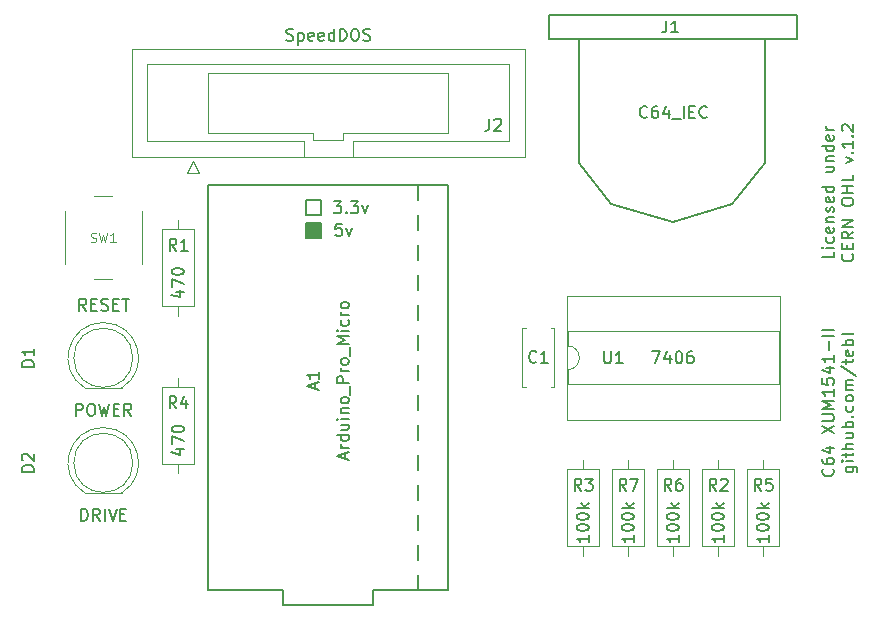
<source format=gto>
G04 #@! TF.GenerationSoftware,KiCad,Pcbnew,(5.1.8)-1*
G04 #@! TF.CreationDate,2021-04-08T00:44:43+02:00*
G04 #@! TF.ProjectId,C64 XUM1541-II,43363420-5855-44d3-9135-34312d49492e,rev?*
G04 #@! TF.SameCoordinates,Original*
G04 #@! TF.FileFunction,Legend,Top*
G04 #@! TF.FilePolarity,Positive*
%FSLAX46Y46*%
G04 Gerber Fmt 4.6, Leading zero omitted, Abs format (unit mm)*
G04 Created by KiCad (PCBNEW (5.1.8)-1) date 2021-04-08 00:44:43*
%MOMM*%
%LPD*%
G01*
G04 APERTURE LIST*
%ADD10C,0.150000*%
%ADD11C,0.100000*%
%ADD12C,0.120000*%
G04 APERTURE END LIST*
D10*
X166632380Y-74850000D02*
X166632380Y-75326190D01*
X165632380Y-75326190D01*
X166632380Y-74516666D02*
X165965714Y-74516666D01*
X165632380Y-74516666D02*
X165680000Y-74564285D01*
X165727619Y-74516666D01*
X165680000Y-74469047D01*
X165632380Y-74516666D01*
X165727619Y-74516666D01*
X166584761Y-73611904D02*
X166632380Y-73707142D01*
X166632380Y-73897619D01*
X166584761Y-73992857D01*
X166537142Y-74040476D01*
X166441904Y-74088095D01*
X166156190Y-74088095D01*
X166060952Y-74040476D01*
X166013333Y-73992857D01*
X165965714Y-73897619D01*
X165965714Y-73707142D01*
X166013333Y-73611904D01*
X166584761Y-72802380D02*
X166632380Y-72897619D01*
X166632380Y-73088095D01*
X166584761Y-73183333D01*
X166489523Y-73230952D01*
X166108571Y-73230952D01*
X166013333Y-73183333D01*
X165965714Y-73088095D01*
X165965714Y-72897619D01*
X166013333Y-72802380D01*
X166108571Y-72754761D01*
X166203809Y-72754761D01*
X166299047Y-73230952D01*
X165965714Y-72326190D02*
X166632380Y-72326190D01*
X166060952Y-72326190D02*
X166013333Y-72278571D01*
X165965714Y-72183333D01*
X165965714Y-72040476D01*
X166013333Y-71945238D01*
X166108571Y-71897619D01*
X166632380Y-71897619D01*
X166584761Y-71469047D02*
X166632380Y-71373809D01*
X166632380Y-71183333D01*
X166584761Y-71088095D01*
X166489523Y-71040476D01*
X166441904Y-71040476D01*
X166346666Y-71088095D01*
X166299047Y-71183333D01*
X166299047Y-71326190D01*
X166251428Y-71421428D01*
X166156190Y-71469047D01*
X166108571Y-71469047D01*
X166013333Y-71421428D01*
X165965714Y-71326190D01*
X165965714Y-71183333D01*
X166013333Y-71088095D01*
X166584761Y-70230952D02*
X166632380Y-70326190D01*
X166632380Y-70516666D01*
X166584761Y-70611904D01*
X166489523Y-70659523D01*
X166108571Y-70659523D01*
X166013333Y-70611904D01*
X165965714Y-70516666D01*
X165965714Y-70326190D01*
X166013333Y-70230952D01*
X166108571Y-70183333D01*
X166203809Y-70183333D01*
X166299047Y-70659523D01*
X166632380Y-69326190D02*
X165632380Y-69326190D01*
X166584761Y-69326190D02*
X166632380Y-69421428D01*
X166632380Y-69611904D01*
X166584761Y-69707142D01*
X166537142Y-69754761D01*
X166441904Y-69802380D01*
X166156190Y-69802380D01*
X166060952Y-69754761D01*
X166013333Y-69707142D01*
X165965714Y-69611904D01*
X165965714Y-69421428D01*
X166013333Y-69326190D01*
X165965714Y-67659523D02*
X166632380Y-67659523D01*
X165965714Y-68088095D02*
X166489523Y-68088095D01*
X166584761Y-68040476D01*
X166632380Y-67945238D01*
X166632380Y-67802380D01*
X166584761Y-67707142D01*
X166537142Y-67659523D01*
X165965714Y-67183333D02*
X166632380Y-67183333D01*
X166060952Y-67183333D02*
X166013333Y-67135714D01*
X165965714Y-67040476D01*
X165965714Y-66897619D01*
X166013333Y-66802380D01*
X166108571Y-66754761D01*
X166632380Y-66754761D01*
X166632380Y-65850000D02*
X165632380Y-65850000D01*
X166584761Y-65850000D02*
X166632380Y-65945238D01*
X166632380Y-66135714D01*
X166584761Y-66230952D01*
X166537142Y-66278571D01*
X166441904Y-66326190D01*
X166156190Y-66326190D01*
X166060952Y-66278571D01*
X166013333Y-66230952D01*
X165965714Y-66135714D01*
X165965714Y-65945238D01*
X166013333Y-65850000D01*
X166584761Y-64992857D02*
X166632380Y-65088095D01*
X166632380Y-65278571D01*
X166584761Y-65373809D01*
X166489523Y-65421428D01*
X166108571Y-65421428D01*
X166013333Y-65373809D01*
X165965714Y-65278571D01*
X165965714Y-65088095D01*
X166013333Y-64992857D01*
X166108571Y-64945238D01*
X166203809Y-64945238D01*
X166299047Y-65421428D01*
X166632380Y-64516666D02*
X165965714Y-64516666D01*
X166156190Y-64516666D02*
X166060952Y-64469047D01*
X166013333Y-64421428D01*
X165965714Y-64326190D01*
X165965714Y-64230952D01*
X168187142Y-75040476D02*
X168234761Y-75088095D01*
X168282380Y-75230952D01*
X168282380Y-75326190D01*
X168234761Y-75469047D01*
X168139523Y-75564285D01*
X168044285Y-75611904D01*
X167853809Y-75659523D01*
X167710952Y-75659523D01*
X167520476Y-75611904D01*
X167425238Y-75564285D01*
X167330000Y-75469047D01*
X167282380Y-75326190D01*
X167282380Y-75230952D01*
X167330000Y-75088095D01*
X167377619Y-75040476D01*
X167758571Y-74611904D02*
X167758571Y-74278571D01*
X168282380Y-74135714D02*
X168282380Y-74611904D01*
X167282380Y-74611904D01*
X167282380Y-74135714D01*
X168282380Y-73135714D02*
X167806190Y-73469047D01*
X168282380Y-73707142D02*
X167282380Y-73707142D01*
X167282380Y-73326190D01*
X167330000Y-73230952D01*
X167377619Y-73183333D01*
X167472857Y-73135714D01*
X167615714Y-73135714D01*
X167710952Y-73183333D01*
X167758571Y-73230952D01*
X167806190Y-73326190D01*
X167806190Y-73707142D01*
X168282380Y-72707142D02*
X167282380Y-72707142D01*
X168282380Y-72135714D01*
X167282380Y-72135714D01*
X167282380Y-70707142D02*
X167282380Y-70516666D01*
X167330000Y-70421428D01*
X167425238Y-70326190D01*
X167615714Y-70278571D01*
X167949047Y-70278571D01*
X168139523Y-70326190D01*
X168234761Y-70421428D01*
X168282380Y-70516666D01*
X168282380Y-70707142D01*
X168234761Y-70802380D01*
X168139523Y-70897619D01*
X167949047Y-70945238D01*
X167615714Y-70945238D01*
X167425238Y-70897619D01*
X167330000Y-70802380D01*
X167282380Y-70707142D01*
X168282380Y-69850000D02*
X167282380Y-69850000D01*
X167758571Y-69850000D02*
X167758571Y-69278571D01*
X168282380Y-69278571D02*
X167282380Y-69278571D01*
X168282380Y-68326190D02*
X168282380Y-68802380D01*
X167282380Y-68802380D01*
X167615714Y-67326190D02*
X168282380Y-67088095D01*
X167615714Y-66850000D01*
X168187142Y-66469047D02*
X168234761Y-66421428D01*
X168282380Y-66469047D01*
X168234761Y-66516666D01*
X168187142Y-66469047D01*
X168282380Y-66469047D01*
X168282380Y-65469047D02*
X168282380Y-66040476D01*
X168282380Y-65754761D02*
X167282380Y-65754761D01*
X167425238Y-65850000D01*
X167520476Y-65945238D01*
X167568095Y-66040476D01*
X168187142Y-65040476D02*
X168234761Y-64992857D01*
X168282380Y-65040476D01*
X168234761Y-65088095D01*
X168187142Y-65040476D01*
X168282380Y-65040476D01*
X167377619Y-64611904D02*
X167330000Y-64564285D01*
X167282380Y-64469047D01*
X167282380Y-64230952D01*
X167330000Y-64135714D01*
X167377619Y-64088095D01*
X167472857Y-64040476D01*
X167568095Y-64040476D01*
X167710952Y-64088095D01*
X168282380Y-64659523D01*
X168282380Y-64040476D01*
D11*
G36*
X123190000Y-73660000D02*
G01*
X121920000Y-73660000D01*
X121920000Y-72390000D01*
X123190000Y-72390000D01*
X123190000Y-73660000D01*
G37*
X123190000Y-73660000D02*
X121920000Y-73660000D01*
X121920000Y-72390000D01*
X123190000Y-72390000D01*
X123190000Y-73660000D01*
D10*
X121920000Y-72390000D02*
X123190000Y-72390000D01*
X166537142Y-93225238D02*
X166584761Y-93272857D01*
X166632380Y-93415714D01*
X166632380Y-93510952D01*
X166584761Y-93653809D01*
X166489523Y-93749047D01*
X166394285Y-93796666D01*
X166203809Y-93844285D01*
X166060952Y-93844285D01*
X165870476Y-93796666D01*
X165775238Y-93749047D01*
X165680000Y-93653809D01*
X165632380Y-93510952D01*
X165632380Y-93415714D01*
X165680000Y-93272857D01*
X165727619Y-93225238D01*
X165632380Y-92368095D02*
X165632380Y-92558571D01*
X165680000Y-92653809D01*
X165727619Y-92701428D01*
X165870476Y-92796666D01*
X166060952Y-92844285D01*
X166441904Y-92844285D01*
X166537142Y-92796666D01*
X166584761Y-92749047D01*
X166632380Y-92653809D01*
X166632380Y-92463333D01*
X166584761Y-92368095D01*
X166537142Y-92320476D01*
X166441904Y-92272857D01*
X166203809Y-92272857D01*
X166108571Y-92320476D01*
X166060952Y-92368095D01*
X166013333Y-92463333D01*
X166013333Y-92653809D01*
X166060952Y-92749047D01*
X166108571Y-92796666D01*
X166203809Y-92844285D01*
X165965714Y-91415714D02*
X166632380Y-91415714D01*
X165584761Y-91653809D02*
X166299047Y-91891904D01*
X166299047Y-91272857D01*
X165632380Y-90225238D02*
X166632380Y-89558571D01*
X165632380Y-89558571D02*
X166632380Y-90225238D01*
X165632380Y-89177619D02*
X166441904Y-89177619D01*
X166537142Y-89130000D01*
X166584761Y-89082380D01*
X166632380Y-88987142D01*
X166632380Y-88796666D01*
X166584761Y-88701428D01*
X166537142Y-88653809D01*
X166441904Y-88606190D01*
X165632380Y-88606190D01*
X166632380Y-88130000D02*
X165632380Y-88130000D01*
X166346666Y-87796666D01*
X165632380Y-87463333D01*
X166632380Y-87463333D01*
X166632380Y-86463333D02*
X166632380Y-87034761D01*
X166632380Y-86749047D02*
X165632380Y-86749047D01*
X165775238Y-86844285D01*
X165870476Y-86939523D01*
X165918095Y-87034761D01*
X165632380Y-85558571D02*
X165632380Y-86034761D01*
X166108571Y-86082380D01*
X166060952Y-86034761D01*
X166013333Y-85939523D01*
X166013333Y-85701428D01*
X166060952Y-85606190D01*
X166108571Y-85558571D01*
X166203809Y-85510952D01*
X166441904Y-85510952D01*
X166537142Y-85558571D01*
X166584761Y-85606190D01*
X166632380Y-85701428D01*
X166632380Y-85939523D01*
X166584761Y-86034761D01*
X166537142Y-86082380D01*
X165965714Y-84653809D02*
X166632380Y-84653809D01*
X165584761Y-84891904D02*
X166299047Y-85130000D01*
X166299047Y-84510952D01*
X166632380Y-83606190D02*
X166632380Y-84177619D01*
X166632380Y-83891904D02*
X165632380Y-83891904D01*
X165775238Y-83987142D01*
X165870476Y-84082380D01*
X165918095Y-84177619D01*
X166251428Y-83177619D02*
X166251428Y-82415714D01*
X166632380Y-81939523D02*
X165632380Y-81939523D01*
X166632380Y-81463333D02*
X165632380Y-81463333D01*
X167615714Y-93034761D02*
X168425238Y-93034761D01*
X168520476Y-93082380D01*
X168568095Y-93130000D01*
X168615714Y-93225238D01*
X168615714Y-93368095D01*
X168568095Y-93463333D01*
X168234761Y-93034761D02*
X168282380Y-93130000D01*
X168282380Y-93320476D01*
X168234761Y-93415714D01*
X168187142Y-93463333D01*
X168091904Y-93510952D01*
X167806190Y-93510952D01*
X167710952Y-93463333D01*
X167663333Y-93415714D01*
X167615714Y-93320476D01*
X167615714Y-93130000D01*
X167663333Y-93034761D01*
X168282380Y-92558571D02*
X167615714Y-92558571D01*
X167282380Y-92558571D02*
X167330000Y-92606190D01*
X167377619Y-92558571D01*
X167330000Y-92510952D01*
X167282380Y-92558571D01*
X167377619Y-92558571D01*
X167615714Y-92225238D02*
X167615714Y-91844285D01*
X167282380Y-92082380D02*
X168139523Y-92082380D01*
X168234761Y-92034761D01*
X168282380Y-91939523D01*
X168282380Y-91844285D01*
X168282380Y-91510952D02*
X167282380Y-91510952D01*
X168282380Y-91082380D02*
X167758571Y-91082380D01*
X167663333Y-91130000D01*
X167615714Y-91225238D01*
X167615714Y-91368095D01*
X167663333Y-91463333D01*
X167710952Y-91510952D01*
X167615714Y-90177619D02*
X168282380Y-90177619D01*
X167615714Y-90606190D02*
X168139523Y-90606190D01*
X168234761Y-90558571D01*
X168282380Y-90463333D01*
X168282380Y-90320476D01*
X168234761Y-90225238D01*
X168187142Y-90177619D01*
X168282380Y-89701428D02*
X167282380Y-89701428D01*
X167663333Y-89701428D02*
X167615714Y-89606190D01*
X167615714Y-89415714D01*
X167663333Y-89320476D01*
X167710952Y-89272857D01*
X167806190Y-89225238D01*
X168091904Y-89225238D01*
X168187142Y-89272857D01*
X168234761Y-89320476D01*
X168282380Y-89415714D01*
X168282380Y-89606190D01*
X168234761Y-89701428D01*
X168187142Y-88796666D02*
X168234761Y-88749047D01*
X168282380Y-88796666D01*
X168234761Y-88844285D01*
X168187142Y-88796666D01*
X168282380Y-88796666D01*
X168234761Y-87891904D02*
X168282380Y-87987142D01*
X168282380Y-88177619D01*
X168234761Y-88272857D01*
X168187142Y-88320476D01*
X168091904Y-88368095D01*
X167806190Y-88368095D01*
X167710952Y-88320476D01*
X167663333Y-88272857D01*
X167615714Y-88177619D01*
X167615714Y-87987142D01*
X167663333Y-87891904D01*
X168282380Y-87320476D02*
X168234761Y-87415714D01*
X168187142Y-87463333D01*
X168091904Y-87510952D01*
X167806190Y-87510952D01*
X167710952Y-87463333D01*
X167663333Y-87415714D01*
X167615714Y-87320476D01*
X167615714Y-87177619D01*
X167663333Y-87082380D01*
X167710952Y-87034761D01*
X167806190Y-86987142D01*
X168091904Y-86987142D01*
X168187142Y-87034761D01*
X168234761Y-87082380D01*
X168282380Y-87177619D01*
X168282380Y-87320476D01*
X168282380Y-86558571D02*
X167615714Y-86558571D01*
X167710952Y-86558571D02*
X167663333Y-86510952D01*
X167615714Y-86415714D01*
X167615714Y-86272857D01*
X167663333Y-86177619D01*
X167758571Y-86130000D01*
X168282380Y-86130000D01*
X167758571Y-86130000D02*
X167663333Y-86082380D01*
X167615714Y-85987142D01*
X167615714Y-85844285D01*
X167663333Y-85749047D01*
X167758571Y-85701428D01*
X168282380Y-85701428D01*
X167234761Y-84510952D02*
X168520476Y-85368095D01*
X167615714Y-84320476D02*
X167615714Y-83939523D01*
X167282380Y-84177619D02*
X168139523Y-84177619D01*
X168234761Y-84130000D01*
X168282380Y-84034761D01*
X168282380Y-83939523D01*
X168234761Y-83225238D02*
X168282380Y-83320476D01*
X168282380Y-83510952D01*
X168234761Y-83606190D01*
X168139523Y-83653809D01*
X167758571Y-83653809D01*
X167663333Y-83606190D01*
X167615714Y-83510952D01*
X167615714Y-83320476D01*
X167663333Y-83225238D01*
X167758571Y-83177619D01*
X167853809Y-83177619D01*
X167949047Y-83653809D01*
X168282380Y-82749047D02*
X167282380Y-82749047D01*
X167663333Y-82749047D02*
X167615714Y-82653809D01*
X167615714Y-82463333D01*
X167663333Y-82368095D01*
X167710952Y-82320476D01*
X167806190Y-82272857D01*
X168091904Y-82272857D01*
X168187142Y-82320476D01*
X168234761Y-82368095D01*
X168282380Y-82463333D01*
X168282380Y-82653809D01*
X168234761Y-82749047D01*
X168282380Y-81701428D02*
X168234761Y-81796666D01*
X168139523Y-81844285D01*
X167282380Y-81844285D01*
D12*
X112495000Y-86265000D02*
X109755000Y-86265000D01*
X109755000Y-86265000D02*
X109755000Y-92805000D01*
X109755000Y-92805000D02*
X112495000Y-92805000D01*
X112495000Y-92805000D02*
X112495000Y-86265000D01*
X111125000Y-85495000D02*
X111125000Y-86265000D01*
X111125000Y-93575000D02*
X111125000Y-92805000D01*
X122555000Y-64770000D02*
X113665000Y-64770000D01*
X122555000Y-65405000D02*
X122555000Y-64770000D01*
X125095000Y-65405000D02*
X122555000Y-65405000D01*
X125095000Y-64770000D02*
X125095000Y-65405000D01*
X133985000Y-64770000D02*
X125095000Y-64770000D01*
X133985000Y-59690000D02*
X133985000Y-64770000D01*
X113665000Y-59690000D02*
X133985000Y-59690000D01*
X113665000Y-64770000D02*
X113665000Y-59690000D01*
X112895000Y-68180000D02*
X112395000Y-67180000D01*
X111895000Y-68180000D02*
X112895000Y-68180000D01*
X112395000Y-67180000D02*
X111895000Y-68180000D01*
X125875000Y-65480000D02*
X125875000Y-66790000D01*
X125875000Y-65480000D02*
X125875000Y-65480000D01*
X139165000Y-65480000D02*
X125875000Y-65480000D01*
X139165000Y-58980000D02*
X139165000Y-65480000D01*
X108485000Y-58980000D02*
X139165000Y-58980000D01*
X108485000Y-65480000D02*
X108485000Y-58980000D01*
X121775000Y-65480000D02*
X108485000Y-65480000D01*
X121775000Y-66790000D02*
X121775000Y-65480000D01*
X140465000Y-66790000D02*
X107185000Y-66790000D01*
X140465000Y-57670000D02*
X140465000Y-66790000D01*
X107185000Y-57670000D02*
X140465000Y-57670000D01*
X107185000Y-66790000D02*
X107185000Y-57670000D01*
D10*
X160785000Y-67310000D02*
X158035000Y-70810000D01*
X158035000Y-70810000D02*
X153035000Y-72310000D01*
X153035000Y-72310000D02*
X147785000Y-70810000D01*
X147785000Y-70810000D02*
X145035000Y-67310000D01*
X160785000Y-56810000D02*
X160785000Y-67310000D01*
X145035000Y-67310000D02*
X145035000Y-56810000D01*
X163535000Y-54810000D02*
X163535000Y-56810000D01*
X163535000Y-56810000D02*
X142535000Y-56810000D01*
X142535000Y-56810000D02*
X142535000Y-54810000D01*
X153035000Y-54810000D02*
X142535000Y-54810000D01*
X153035000Y-54810000D02*
X163535000Y-54810000D01*
X131445000Y-70485000D02*
X131445000Y-69215000D01*
X131445000Y-73025000D02*
X131445000Y-71755000D01*
X131445000Y-75565000D02*
X131445000Y-74295000D01*
X131445000Y-78105000D02*
X131445000Y-76835000D01*
X131445000Y-80645000D02*
X131445000Y-79375000D01*
X131445000Y-83185000D02*
X131445000Y-81915000D01*
X131445000Y-85725000D02*
X131445000Y-84455000D01*
X131445000Y-88265000D02*
X131445000Y-86995000D01*
X131445000Y-90805000D02*
X131445000Y-89535000D01*
X131445000Y-93345000D02*
X131445000Y-92075000D01*
X131445000Y-95885000D02*
X131445000Y-94615000D01*
X131445000Y-98425000D02*
X131445000Y-97155000D01*
X131445000Y-100965000D02*
X131445000Y-99695000D01*
X131445000Y-103505000D02*
X131445000Y-102235000D01*
X123190000Y-72390000D02*
X121920000Y-72390000D01*
X121920000Y-72390000D02*
X121920000Y-73660000D01*
X121920000Y-73660000D02*
X123190000Y-73660000D01*
X123190000Y-73660000D02*
X123190000Y-72390000D01*
X121920000Y-71755000D02*
X123190000Y-71755000D01*
X123190000Y-71755000D02*
X123190000Y-70485000D01*
X123190000Y-70485000D02*
X121920000Y-70485000D01*
X121920000Y-70485000D02*
X121920000Y-71755000D01*
X120015000Y-104775000D02*
X120015000Y-103505000D01*
X120015000Y-103505000D02*
X113665000Y-103505000D01*
X133985000Y-103505000D02*
X127635000Y-103505000D01*
X127635000Y-103505000D02*
X127635000Y-104775000D01*
X127635000Y-104775000D02*
X120015000Y-104775000D01*
X113665000Y-69215000D02*
X113665000Y-103505000D01*
X133985000Y-103505000D02*
X133985000Y-69215000D01*
X133985000Y-69215000D02*
X113665000Y-69215000D01*
D12*
X142975000Y-81310000D02*
X142975000Y-86250000D01*
X140235000Y-81310000D02*
X140235000Y-86250000D01*
X142975000Y-81310000D02*
X142660000Y-81310000D01*
X140550000Y-81310000D02*
X140235000Y-81310000D01*
X142975000Y-86250000D02*
X142660000Y-86250000D01*
X140550000Y-86250000D02*
X140235000Y-86250000D01*
X109755000Y-79470000D02*
X112495000Y-79470000D01*
X112495000Y-79470000D02*
X112495000Y-72930000D01*
X112495000Y-72930000D02*
X109755000Y-72930000D01*
X109755000Y-72930000D02*
X109755000Y-79470000D01*
X111125000Y-80240000D02*
X111125000Y-79470000D01*
X111125000Y-72160000D02*
X111125000Y-72930000D01*
X156845000Y-100560000D02*
X156845000Y-99790000D01*
X156845000Y-92480000D02*
X156845000Y-93250000D01*
X158215000Y-99790000D02*
X158215000Y-93250000D01*
X155475000Y-99790000D02*
X158215000Y-99790000D01*
X155475000Y-93250000D02*
X155475000Y-99790000D01*
X158215000Y-93250000D02*
X155475000Y-93250000D01*
X146785000Y-93250000D02*
X144045000Y-93250000D01*
X144045000Y-93250000D02*
X144045000Y-99790000D01*
X144045000Y-99790000D02*
X146785000Y-99790000D01*
X146785000Y-99790000D02*
X146785000Y-93250000D01*
X145415000Y-92480000D02*
X145415000Y-93250000D01*
X145415000Y-100560000D02*
X145415000Y-99790000D01*
X162025000Y-93250000D02*
X159285000Y-93250000D01*
X159285000Y-93250000D02*
X159285000Y-99790000D01*
X159285000Y-99790000D02*
X162025000Y-99790000D01*
X162025000Y-99790000D02*
X162025000Y-93250000D01*
X160655000Y-92480000D02*
X160655000Y-93250000D01*
X160655000Y-100560000D02*
X160655000Y-99790000D01*
X154405000Y-93250000D02*
X151665000Y-93250000D01*
X151665000Y-93250000D02*
X151665000Y-99790000D01*
X151665000Y-99790000D02*
X154405000Y-99790000D01*
X154405000Y-99790000D02*
X154405000Y-93250000D01*
X153035000Y-92480000D02*
X153035000Y-93250000D01*
X153035000Y-100560000D02*
X153035000Y-99790000D01*
X149225000Y-100560000D02*
X149225000Y-99790000D01*
X149225000Y-92480000D02*
X149225000Y-93250000D01*
X150595000Y-99790000D02*
X150595000Y-93250000D01*
X147855000Y-99790000D02*
X150595000Y-99790000D01*
X147855000Y-93250000D02*
X147855000Y-99790000D01*
X150595000Y-93250000D02*
X147855000Y-93250000D01*
X108025000Y-75910000D02*
X108025000Y-71410000D01*
X104025000Y-77160000D02*
X105525000Y-77160000D01*
X101525000Y-71410000D02*
X101525000Y-75910000D01*
X105525000Y-70160000D02*
X104025000Y-70160000D01*
X144085000Y-84820000D02*
X144085000Y-86070000D01*
X144085000Y-86070000D02*
X161985000Y-86070000D01*
X161985000Y-86070000D02*
X161985000Y-81570000D01*
X161985000Y-81570000D02*
X144085000Y-81570000D01*
X144085000Y-81570000D02*
X144085000Y-82820000D01*
X144025000Y-89070000D02*
X162045000Y-89070000D01*
X162045000Y-89070000D02*
X162045000Y-78570000D01*
X162045000Y-78570000D02*
X144025000Y-78570000D01*
X144025000Y-78570000D02*
X144025000Y-89070000D01*
X144085000Y-82820000D02*
G75*
G02*
X144085000Y-84820000I0J-1000000D01*
G01*
X107275000Y-83820000D02*
G75*
G03*
X107275000Y-83820000I-2500000J0D01*
G01*
X103230000Y-86380000D02*
X106320000Y-86380000D01*
X104775462Y-80830000D02*
G75*
G03*
X103230170Y-86380000I-462J-2990000D01*
G01*
X104774538Y-80830000D02*
G75*
G02*
X106319830Y-86380000I462J-2990000D01*
G01*
X107275000Y-92710000D02*
G75*
G03*
X107275000Y-92710000I-2500000J0D01*
G01*
X103230000Y-95270000D02*
X106320000Y-95270000D01*
X104775462Y-89720000D02*
G75*
G03*
X103230170Y-95270000I-462J-2990000D01*
G01*
X104774538Y-89720000D02*
G75*
G02*
X106319830Y-95270000I462J-2990000D01*
G01*
D10*
X110958333Y-88082380D02*
X110625000Y-87606190D01*
X110386904Y-88082380D02*
X110386904Y-87082380D01*
X110767857Y-87082380D01*
X110863095Y-87130000D01*
X110910714Y-87177619D01*
X110958333Y-87272857D01*
X110958333Y-87415714D01*
X110910714Y-87510952D01*
X110863095Y-87558571D01*
X110767857Y-87606190D01*
X110386904Y-87606190D01*
X111815476Y-87415714D02*
X111815476Y-88082380D01*
X111577380Y-87034761D02*
X111339285Y-87749047D01*
X111958333Y-87749047D01*
X110910714Y-91566904D02*
X111577380Y-91566904D01*
X110529761Y-91805000D02*
X111244047Y-92043095D01*
X111244047Y-91424047D01*
X110577380Y-91138333D02*
X110577380Y-90471666D01*
X111577380Y-90900238D01*
X110577380Y-89900238D02*
X110577380Y-89805000D01*
X110625000Y-89709761D01*
X110672619Y-89662142D01*
X110767857Y-89614523D01*
X110958333Y-89566904D01*
X111196428Y-89566904D01*
X111386904Y-89614523D01*
X111482142Y-89662142D01*
X111529761Y-89709761D01*
X111577380Y-89805000D01*
X111577380Y-89900238D01*
X111529761Y-89995476D01*
X111482142Y-90043095D01*
X111386904Y-90090714D01*
X111196428Y-90138333D01*
X110958333Y-90138333D01*
X110767857Y-90090714D01*
X110672619Y-90043095D01*
X110625000Y-89995476D01*
X110577380Y-89900238D01*
X137461666Y-63587380D02*
X137461666Y-64301666D01*
X137414047Y-64444523D01*
X137318809Y-64539761D01*
X137175952Y-64587380D01*
X137080714Y-64587380D01*
X137890238Y-63682619D02*
X137937857Y-63635000D01*
X138033095Y-63587380D01*
X138271190Y-63587380D01*
X138366428Y-63635000D01*
X138414047Y-63682619D01*
X138461666Y-63777857D01*
X138461666Y-63873095D01*
X138414047Y-64015952D01*
X137842619Y-64587380D01*
X138461666Y-64587380D01*
X120277380Y-56919761D02*
X120420238Y-56967380D01*
X120658333Y-56967380D01*
X120753571Y-56919761D01*
X120801190Y-56872142D01*
X120848809Y-56776904D01*
X120848809Y-56681666D01*
X120801190Y-56586428D01*
X120753571Y-56538809D01*
X120658333Y-56491190D01*
X120467857Y-56443571D01*
X120372619Y-56395952D01*
X120325000Y-56348333D01*
X120277380Y-56253095D01*
X120277380Y-56157857D01*
X120325000Y-56062619D01*
X120372619Y-56015000D01*
X120467857Y-55967380D01*
X120705952Y-55967380D01*
X120848809Y-56015000D01*
X121277380Y-56300714D02*
X121277380Y-57300714D01*
X121277380Y-56348333D02*
X121372619Y-56300714D01*
X121563095Y-56300714D01*
X121658333Y-56348333D01*
X121705952Y-56395952D01*
X121753571Y-56491190D01*
X121753571Y-56776904D01*
X121705952Y-56872142D01*
X121658333Y-56919761D01*
X121563095Y-56967380D01*
X121372619Y-56967380D01*
X121277380Y-56919761D01*
X122563095Y-56919761D02*
X122467857Y-56967380D01*
X122277380Y-56967380D01*
X122182142Y-56919761D01*
X122134523Y-56824523D01*
X122134523Y-56443571D01*
X122182142Y-56348333D01*
X122277380Y-56300714D01*
X122467857Y-56300714D01*
X122563095Y-56348333D01*
X122610714Y-56443571D01*
X122610714Y-56538809D01*
X122134523Y-56634047D01*
X123420238Y-56919761D02*
X123325000Y-56967380D01*
X123134523Y-56967380D01*
X123039285Y-56919761D01*
X122991666Y-56824523D01*
X122991666Y-56443571D01*
X123039285Y-56348333D01*
X123134523Y-56300714D01*
X123325000Y-56300714D01*
X123420238Y-56348333D01*
X123467857Y-56443571D01*
X123467857Y-56538809D01*
X122991666Y-56634047D01*
X124325000Y-56967380D02*
X124325000Y-55967380D01*
X124325000Y-56919761D02*
X124229761Y-56967380D01*
X124039285Y-56967380D01*
X123944047Y-56919761D01*
X123896428Y-56872142D01*
X123848809Y-56776904D01*
X123848809Y-56491190D01*
X123896428Y-56395952D01*
X123944047Y-56348333D01*
X124039285Y-56300714D01*
X124229761Y-56300714D01*
X124325000Y-56348333D01*
X124801190Y-56967380D02*
X124801190Y-55967380D01*
X125039285Y-55967380D01*
X125182142Y-56015000D01*
X125277380Y-56110238D01*
X125325000Y-56205476D01*
X125372619Y-56395952D01*
X125372619Y-56538809D01*
X125325000Y-56729285D01*
X125277380Y-56824523D01*
X125182142Y-56919761D01*
X125039285Y-56967380D01*
X124801190Y-56967380D01*
X125991666Y-55967380D02*
X126182142Y-55967380D01*
X126277380Y-56015000D01*
X126372619Y-56110238D01*
X126420238Y-56300714D01*
X126420238Y-56634047D01*
X126372619Y-56824523D01*
X126277380Y-56919761D01*
X126182142Y-56967380D01*
X125991666Y-56967380D01*
X125896428Y-56919761D01*
X125801190Y-56824523D01*
X125753571Y-56634047D01*
X125753571Y-56300714D01*
X125801190Y-56110238D01*
X125896428Y-56015000D01*
X125991666Y-55967380D01*
X126801190Y-56919761D02*
X126944047Y-56967380D01*
X127182142Y-56967380D01*
X127277380Y-56919761D01*
X127325000Y-56872142D01*
X127372619Y-56776904D01*
X127372619Y-56681666D01*
X127325000Y-56586428D01*
X127277380Y-56538809D01*
X127182142Y-56491190D01*
X126991666Y-56443571D01*
X126896428Y-56395952D01*
X126848809Y-56348333D01*
X126801190Y-56253095D01*
X126801190Y-56157857D01*
X126848809Y-56062619D01*
X126896428Y-56015000D01*
X126991666Y-55967380D01*
X127229761Y-55967380D01*
X127372619Y-56015000D01*
X152451666Y-55262380D02*
X152451666Y-55976666D01*
X152404047Y-56119523D01*
X152308809Y-56214761D01*
X152165952Y-56262380D01*
X152070714Y-56262380D01*
X153451666Y-56262380D02*
X152880238Y-56262380D01*
X153165952Y-56262380D02*
X153165952Y-55262380D01*
X153070714Y-55405238D01*
X152975476Y-55500476D01*
X152880238Y-55548095D01*
X150820714Y-63417142D02*
X150773095Y-63464761D01*
X150630238Y-63512380D01*
X150535000Y-63512380D01*
X150392142Y-63464761D01*
X150296904Y-63369523D01*
X150249285Y-63274285D01*
X150201666Y-63083809D01*
X150201666Y-62940952D01*
X150249285Y-62750476D01*
X150296904Y-62655238D01*
X150392142Y-62560000D01*
X150535000Y-62512380D01*
X150630238Y-62512380D01*
X150773095Y-62560000D01*
X150820714Y-62607619D01*
X151677857Y-62512380D02*
X151487380Y-62512380D01*
X151392142Y-62560000D01*
X151344523Y-62607619D01*
X151249285Y-62750476D01*
X151201666Y-62940952D01*
X151201666Y-63321904D01*
X151249285Y-63417142D01*
X151296904Y-63464761D01*
X151392142Y-63512380D01*
X151582619Y-63512380D01*
X151677857Y-63464761D01*
X151725476Y-63417142D01*
X151773095Y-63321904D01*
X151773095Y-63083809D01*
X151725476Y-62988571D01*
X151677857Y-62940952D01*
X151582619Y-62893333D01*
X151392142Y-62893333D01*
X151296904Y-62940952D01*
X151249285Y-62988571D01*
X151201666Y-63083809D01*
X152630238Y-62845714D02*
X152630238Y-63512380D01*
X152392142Y-62464761D02*
X152154047Y-63179047D01*
X152773095Y-63179047D01*
X152915952Y-63607619D02*
X153677857Y-63607619D01*
X153915952Y-63512380D02*
X153915952Y-62512380D01*
X154392142Y-62988571D02*
X154725476Y-62988571D01*
X154868333Y-63512380D02*
X154392142Y-63512380D01*
X154392142Y-62512380D01*
X154868333Y-62512380D01*
X155868333Y-63417142D02*
X155820714Y-63464761D01*
X155677857Y-63512380D01*
X155582619Y-63512380D01*
X155439761Y-63464761D01*
X155344523Y-63369523D01*
X155296904Y-63274285D01*
X155249285Y-63083809D01*
X155249285Y-62940952D01*
X155296904Y-62750476D01*
X155344523Y-62655238D01*
X155439761Y-62560000D01*
X155582619Y-62512380D01*
X155677857Y-62512380D01*
X155820714Y-62560000D01*
X155868333Y-62607619D01*
X122721666Y-86439285D02*
X122721666Y-85963095D01*
X123007380Y-86534523D02*
X122007380Y-86201190D01*
X123007380Y-85867857D01*
X123007380Y-85010714D02*
X123007380Y-85582142D01*
X123007380Y-85296428D02*
X122007380Y-85296428D01*
X122150238Y-85391666D01*
X122245476Y-85486904D01*
X122293095Y-85582142D01*
X125261666Y-92344047D02*
X125261666Y-91867857D01*
X125547380Y-92439285D02*
X124547380Y-92105952D01*
X125547380Y-91772619D01*
X125547380Y-91439285D02*
X124880714Y-91439285D01*
X125071190Y-91439285D02*
X124975952Y-91391666D01*
X124928333Y-91344047D01*
X124880714Y-91248809D01*
X124880714Y-91153571D01*
X125547380Y-90391666D02*
X124547380Y-90391666D01*
X125499761Y-90391666D02*
X125547380Y-90486904D01*
X125547380Y-90677380D01*
X125499761Y-90772619D01*
X125452142Y-90820238D01*
X125356904Y-90867857D01*
X125071190Y-90867857D01*
X124975952Y-90820238D01*
X124928333Y-90772619D01*
X124880714Y-90677380D01*
X124880714Y-90486904D01*
X124928333Y-90391666D01*
X124880714Y-89486904D02*
X125547380Y-89486904D01*
X124880714Y-89915476D02*
X125404523Y-89915476D01*
X125499761Y-89867857D01*
X125547380Y-89772619D01*
X125547380Y-89629761D01*
X125499761Y-89534523D01*
X125452142Y-89486904D01*
X125547380Y-89010714D02*
X124880714Y-89010714D01*
X124547380Y-89010714D02*
X124595000Y-89058333D01*
X124642619Y-89010714D01*
X124595000Y-88963095D01*
X124547380Y-89010714D01*
X124642619Y-89010714D01*
X124880714Y-88534523D02*
X125547380Y-88534523D01*
X124975952Y-88534523D02*
X124928333Y-88486904D01*
X124880714Y-88391666D01*
X124880714Y-88248809D01*
X124928333Y-88153571D01*
X125023571Y-88105952D01*
X125547380Y-88105952D01*
X125547380Y-87486904D02*
X125499761Y-87582142D01*
X125452142Y-87629761D01*
X125356904Y-87677380D01*
X125071190Y-87677380D01*
X124975952Y-87629761D01*
X124928333Y-87582142D01*
X124880714Y-87486904D01*
X124880714Y-87344047D01*
X124928333Y-87248809D01*
X124975952Y-87201190D01*
X125071190Y-87153571D01*
X125356904Y-87153571D01*
X125452142Y-87201190D01*
X125499761Y-87248809D01*
X125547380Y-87344047D01*
X125547380Y-87486904D01*
X125642619Y-86963095D02*
X125642619Y-86201190D01*
X125547380Y-85963095D02*
X124547380Y-85963095D01*
X124547380Y-85582142D01*
X124595000Y-85486904D01*
X124642619Y-85439285D01*
X124737857Y-85391666D01*
X124880714Y-85391666D01*
X124975952Y-85439285D01*
X125023571Y-85486904D01*
X125071190Y-85582142D01*
X125071190Y-85963095D01*
X125547380Y-84963095D02*
X124880714Y-84963095D01*
X125071190Y-84963095D02*
X124975952Y-84915476D01*
X124928333Y-84867857D01*
X124880714Y-84772619D01*
X124880714Y-84677380D01*
X125547380Y-84201190D02*
X125499761Y-84296428D01*
X125452142Y-84344047D01*
X125356904Y-84391666D01*
X125071190Y-84391666D01*
X124975952Y-84344047D01*
X124928333Y-84296428D01*
X124880714Y-84201190D01*
X124880714Y-84058333D01*
X124928333Y-83963095D01*
X124975952Y-83915476D01*
X125071190Y-83867857D01*
X125356904Y-83867857D01*
X125452142Y-83915476D01*
X125499761Y-83963095D01*
X125547380Y-84058333D01*
X125547380Y-84201190D01*
X125642619Y-83677380D02*
X125642619Y-82915476D01*
X125547380Y-82677380D02*
X124547380Y-82677380D01*
X125261666Y-82344047D01*
X124547380Y-82010714D01*
X125547380Y-82010714D01*
X125547380Y-81534523D02*
X124880714Y-81534523D01*
X124547380Y-81534523D02*
X124595000Y-81582142D01*
X124642619Y-81534523D01*
X124595000Y-81486904D01*
X124547380Y-81534523D01*
X124642619Y-81534523D01*
X125499761Y-80629761D02*
X125547380Y-80725000D01*
X125547380Y-80915476D01*
X125499761Y-81010714D01*
X125452142Y-81058333D01*
X125356904Y-81105952D01*
X125071190Y-81105952D01*
X124975952Y-81058333D01*
X124928333Y-81010714D01*
X124880714Y-80915476D01*
X124880714Y-80725000D01*
X124928333Y-80629761D01*
X125547380Y-80201190D02*
X124880714Y-80201190D01*
X125071190Y-80201190D02*
X124975952Y-80153571D01*
X124928333Y-80105952D01*
X124880714Y-80010714D01*
X124880714Y-79915476D01*
X125547380Y-79439285D02*
X125499761Y-79534523D01*
X125452142Y-79582142D01*
X125356904Y-79629761D01*
X125071190Y-79629761D01*
X124975952Y-79582142D01*
X124928333Y-79534523D01*
X124880714Y-79439285D01*
X124880714Y-79296428D01*
X124928333Y-79201190D01*
X124975952Y-79153571D01*
X125071190Y-79105952D01*
X125356904Y-79105952D01*
X125452142Y-79153571D01*
X125499761Y-79201190D01*
X125547380Y-79296428D01*
X125547380Y-79439285D01*
X124301428Y-70572380D02*
X124920476Y-70572380D01*
X124587142Y-70953333D01*
X124730000Y-70953333D01*
X124825238Y-71000952D01*
X124872857Y-71048571D01*
X124920476Y-71143809D01*
X124920476Y-71381904D01*
X124872857Y-71477142D01*
X124825238Y-71524761D01*
X124730000Y-71572380D01*
X124444285Y-71572380D01*
X124349047Y-71524761D01*
X124301428Y-71477142D01*
X125349047Y-71477142D02*
X125396666Y-71524761D01*
X125349047Y-71572380D01*
X125301428Y-71524761D01*
X125349047Y-71477142D01*
X125349047Y-71572380D01*
X125730000Y-70572380D02*
X126349047Y-70572380D01*
X126015714Y-70953333D01*
X126158571Y-70953333D01*
X126253809Y-71000952D01*
X126301428Y-71048571D01*
X126349047Y-71143809D01*
X126349047Y-71381904D01*
X126301428Y-71477142D01*
X126253809Y-71524761D01*
X126158571Y-71572380D01*
X125872857Y-71572380D01*
X125777619Y-71524761D01*
X125730000Y-71477142D01*
X126682380Y-70905714D02*
X126920476Y-71572380D01*
X127158571Y-70905714D01*
X124952142Y-72477380D02*
X124475952Y-72477380D01*
X124428333Y-72953571D01*
X124475952Y-72905952D01*
X124571190Y-72858333D01*
X124809285Y-72858333D01*
X124904523Y-72905952D01*
X124952142Y-72953571D01*
X124999761Y-73048809D01*
X124999761Y-73286904D01*
X124952142Y-73382142D01*
X124904523Y-73429761D01*
X124809285Y-73477380D01*
X124571190Y-73477380D01*
X124475952Y-73429761D01*
X124428333Y-73382142D01*
X125333095Y-72810714D02*
X125571190Y-73477380D01*
X125809285Y-72810714D01*
X141438333Y-84137142D02*
X141390714Y-84184761D01*
X141247857Y-84232380D01*
X141152619Y-84232380D01*
X141009761Y-84184761D01*
X140914523Y-84089523D01*
X140866904Y-83994285D01*
X140819285Y-83803809D01*
X140819285Y-83660952D01*
X140866904Y-83470476D01*
X140914523Y-83375238D01*
X141009761Y-83280000D01*
X141152619Y-83232380D01*
X141247857Y-83232380D01*
X141390714Y-83280000D01*
X141438333Y-83327619D01*
X142390714Y-84232380D02*
X141819285Y-84232380D01*
X142105000Y-84232380D02*
X142105000Y-83232380D01*
X142009761Y-83375238D01*
X141914523Y-83470476D01*
X141819285Y-83518095D01*
X110958333Y-74747380D02*
X110625000Y-74271190D01*
X110386904Y-74747380D02*
X110386904Y-73747380D01*
X110767857Y-73747380D01*
X110863095Y-73795000D01*
X110910714Y-73842619D01*
X110958333Y-73937857D01*
X110958333Y-74080714D01*
X110910714Y-74175952D01*
X110863095Y-74223571D01*
X110767857Y-74271190D01*
X110386904Y-74271190D01*
X111910714Y-74747380D02*
X111339285Y-74747380D01*
X111625000Y-74747380D02*
X111625000Y-73747380D01*
X111529761Y-73890238D01*
X111434523Y-73985476D01*
X111339285Y-74033095D01*
X110910714Y-78231904D02*
X111577380Y-78231904D01*
X110529761Y-78470000D02*
X111244047Y-78708095D01*
X111244047Y-78089047D01*
X110577380Y-77803333D02*
X110577380Y-77136666D01*
X111577380Y-77565238D01*
X110577380Y-76565238D02*
X110577380Y-76470000D01*
X110625000Y-76374761D01*
X110672619Y-76327142D01*
X110767857Y-76279523D01*
X110958333Y-76231904D01*
X111196428Y-76231904D01*
X111386904Y-76279523D01*
X111482142Y-76327142D01*
X111529761Y-76374761D01*
X111577380Y-76470000D01*
X111577380Y-76565238D01*
X111529761Y-76660476D01*
X111482142Y-76708095D01*
X111386904Y-76755714D01*
X111196428Y-76803333D01*
X110958333Y-76803333D01*
X110767857Y-76755714D01*
X110672619Y-76708095D01*
X110625000Y-76660476D01*
X110577380Y-76565238D01*
X156678333Y-95067380D02*
X156345000Y-94591190D01*
X156106904Y-95067380D02*
X156106904Y-94067380D01*
X156487857Y-94067380D01*
X156583095Y-94115000D01*
X156630714Y-94162619D01*
X156678333Y-94257857D01*
X156678333Y-94400714D01*
X156630714Y-94495952D01*
X156583095Y-94543571D01*
X156487857Y-94591190D01*
X156106904Y-94591190D01*
X157059285Y-94162619D02*
X157106904Y-94115000D01*
X157202142Y-94067380D01*
X157440238Y-94067380D01*
X157535476Y-94115000D01*
X157583095Y-94162619D01*
X157630714Y-94257857D01*
X157630714Y-94353095D01*
X157583095Y-94495952D01*
X157011666Y-95067380D01*
X157630714Y-95067380D01*
X157297380Y-98861428D02*
X157297380Y-99432857D01*
X157297380Y-99147142D02*
X156297380Y-99147142D01*
X156440238Y-99242380D01*
X156535476Y-99337619D01*
X156583095Y-99432857D01*
X156297380Y-98242380D02*
X156297380Y-98147142D01*
X156345000Y-98051904D01*
X156392619Y-98004285D01*
X156487857Y-97956666D01*
X156678333Y-97909047D01*
X156916428Y-97909047D01*
X157106904Y-97956666D01*
X157202142Y-98004285D01*
X157249761Y-98051904D01*
X157297380Y-98147142D01*
X157297380Y-98242380D01*
X157249761Y-98337619D01*
X157202142Y-98385238D01*
X157106904Y-98432857D01*
X156916428Y-98480476D01*
X156678333Y-98480476D01*
X156487857Y-98432857D01*
X156392619Y-98385238D01*
X156345000Y-98337619D01*
X156297380Y-98242380D01*
X156297380Y-97290000D02*
X156297380Y-97194761D01*
X156345000Y-97099523D01*
X156392619Y-97051904D01*
X156487857Y-97004285D01*
X156678333Y-96956666D01*
X156916428Y-96956666D01*
X157106904Y-97004285D01*
X157202142Y-97051904D01*
X157249761Y-97099523D01*
X157297380Y-97194761D01*
X157297380Y-97290000D01*
X157249761Y-97385238D01*
X157202142Y-97432857D01*
X157106904Y-97480476D01*
X156916428Y-97528095D01*
X156678333Y-97528095D01*
X156487857Y-97480476D01*
X156392619Y-97432857D01*
X156345000Y-97385238D01*
X156297380Y-97290000D01*
X157297380Y-96528095D02*
X156297380Y-96528095D01*
X156916428Y-96432857D02*
X157297380Y-96147142D01*
X156630714Y-96147142D02*
X157011666Y-96528095D01*
X145248333Y-95067380D02*
X144915000Y-94591190D01*
X144676904Y-95067380D02*
X144676904Y-94067380D01*
X145057857Y-94067380D01*
X145153095Y-94115000D01*
X145200714Y-94162619D01*
X145248333Y-94257857D01*
X145248333Y-94400714D01*
X145200714Y-94495952D01*
X145153095Y-94543571D01*
X145057857Y-94591190D01*
X144676904Y-94591190D01*
X145581666Y-94067380D02*
X146200714Y-94067380D01*
X145867380Y-94448333D01*
X146010238Y-94448333D01*
X146105476Y-94495952D01*
X146153095Y-94543571D01*
X146200714Y-94638809D01*
X146200714Y-94876904D01*
X146153095Y-94972142D01*
X146105476Y-95019761D01*
X146010238Y-95067380D01*
X145724523Y-95067380D01*
X145629285Y-95019761D01*
X145581666Y-94972142D01*
X145867380Y-98861428D02*
X145867380Y-99432857D01*
X145867380Y-99147142D02*
X144867380Y-99147142D01*
X145010238Y-99242380D01*
X145105476Y-99337619D01*
X145153095Y-99432857D01*
X144867380Y-98242380D02*
X144867380Y-98147142D01*
X144915000Y-98051904D01*
X144962619Y-98004285D01*
X145057857Y-97956666D01*
X145248333Y-97909047D01*
X145486428Y-97909047D01*
X145676904Y-97956666D01*
X145772142Y-98004285D01*
X145819761Y-98051904D01*
X145867380Y-98147142D01*
X145867380Y-98242380D01*
X145819761Y-98337619D01*
X145772142Y-98385238D01*
X145676904Y-98432857D01*
X145486428Y-98480476D01*
X145248333Y-98480476D01*
X145057857Y-98432857D01*
X144962619Y-98385238D01*
X144915000Y-98337619D01*
X144867380Y-98242380D01*
X144867380Y-97290000D02*
X144867380Y-97194761D01*
X144915000Y-97099523D01*
X144962619Y-97051904D01*
X145057857Y-97004285D01*
X145248333Y-96956666D01*
X145486428Y-96956666D01*
X145676904Y-97004285D01*
X145772142Y-97051904D01*
X145819761Y-97099523D01*
X145867380Y-97194761D01*
X145867380Y-97290000D01*
X145819761Y-97385238D01*
X145772142Y-97432857D01*
X145676904Y-97480476D01*
X145486428Y-97528095D01*
X145248333Y-97528095D01*
X145057857Y-97480476D01*
X144962619Y-97432857D01*
X144915000Y-97385238D01*
X144867380Y-97290000D01*
X145867380Y-96528095D02*
X144867380Y-96528095D01*
X145486428Y-96432857D02*
X145867380Y-96147142D01*
X145200714Y-96147142D02*
X145581666Y-96528095D01*
X160488333Y-95067380D02*
X160155000Y-94591190D01*
X159916904Y-95067380D02*
X159916904Y-94067380D01*
X160297857Y-94067380D01*
X160393095Y-94115000D01*
X160440714Y-94162619D01*
X160488333Y-94257857D01*
X160488333Y-94400714D01*
X160440714Y-94495952D01*
X160393095Y-94543571D01*
X160297857Y-94591190D01*
X159916904Y-94591190D01*
X161393095Y-94067380D02*
X160916904Y-94067380D01*
X160869285Y-94543571D01*
X160916904Y-94495952D01*
X161012142Y-94448333D01*
X161250238Y-94448333D01*
X161345476Y-94495952D01*
X161393095Y-94543571D01*
X161440714Y-94638809D01*
X161440714Y-94876904D01*
X161393095Y-94972142D01*
X161345476Y-95019761D01*
X161250238Y-95067380D01*
X161012142Y-95067380D01*
X160916904Y-95019761D01*
X160869285Y-94972142D01*
X161107380Y-98861428D02*
X161107380Y-99432857D01*
X161107380Y-99147142D02*
X160107380Y-99147142D01*
X160250238Y-99242380D01*
X160345476Y-99337619D01*
X160393095Y-99432857D01*
X160107380Y-98242380D02*
X160107380Y-98147142D01*
X160155000Y-98051904D01*
X160202619Y-98004285D01*
X160297857Y-97956666D01*
X160488333Y-97909047D01*
X160726428Y-97909047D01*
X160916904Y-97956666D01*
X161012142Y-98004285D01*
X161059761Y-98051904D01*
X161107380Y-98147142D01*
X161107380Y-98242380D01*
X161059761Y-98337619D01*
X161012142Y-98385238D01*
X160916904Y-98432857D01*
X160726428Y-98480476D01*
X160488333Y-98480476D01*
X160297857Y-98432857D01*
X160202619Y-98385238D01*
X160155000Y-98337619D01*
X160107380Y-98242380D01*
X160107380Y-97290000D02*
X160107380Y-97194761D01*
X160155000Y-97099523D01*
X160202619Y-97051904D01*
X160297857Y-97004285D01*
X160488333Y-96956666D01*
X160726428Y-96956666D01*
X160916904Y-97004285D01*
X161012142Y-97051904D01*
X161059761Y-97099523D01*
X161107380Y-97194761D01*
X161107380Y-97290000D01*
X161059761Y-97385238D01*
X161012142Y-97432857D01*
X160916904Y-97480476D01*
X160726428Y-97528095D01*
X160488333Y-97528095D01*
X160297857Y-97480476D01*
X160202619Y-97432857D01*
X160155000Y-97385238D01*
X160107380Y-97290000D01*
X161107380Y-96528095D02*
X160107380Y-96528095D01*
X160726428Y-96432857D02*
X161107380Y-96147142D01*
X160440714Y-96147142D02*
X160821666Y-96528095D01*
X152868333Y-95067380D02*
X152535000Y-94591190D01*
X152296904Y-95067380D02*
X152296904Y-94067380D01*
X152677857Y-94067380D01*
X152773095Y-94115000D01*
X152820714Y-94162619D01*
X152868333Y-94257857D01*
X152868333Y-94400714D01*
X152820714Y-94495952D01*
X152773095Y-94543571D01*
X152677857Y-94591190D01*
X152296904Y-94591190D01*
X153725476Y-94067380D02*
X153535000Y-94067380D01*
X153439761Y-94115000D01*
X153392142Y-94162619D01*
X153296904Y-94305476D01*
X153249285Y-94495952D01*
X153249285Y-94876904D01*
X153296904Y-94972142D01*
X153344523Y-95019761D01*
X153439761Y-95067380D01*
X153630238Y-95067380D01*
X153725476Y-95019761D01*
X153773095Y-94972142D01*
X153820714Y-94876904D01*
X153820714Y-94638809D01*
X153773095Y-94543571D01*
X153725476Y-94495952D01*
X153630238Y-94448333D01*
X153439761Y-94448333D01*
X153344523Y-94495952D01*
X153296904Y-94543571D01*
X153249285Y-94638809D01*
X153487380Y-98861428D02*
X153487380Y-99432857D01*
X153487380Y-99147142D02*
X152487380Y-99147142D01*
X152630238Y-99242380D01*
X152725476Y-99337619D01*
X152773095Y-99432857D01*
X152487380Y-98242380D02*
X152487380Y-98147142D01*
X152535000Y-98051904D01*
X152582619Y-98004285D01*
X152677857Y-97956666D01*
X152868333Y-97909047D01*
X153106428Y-97909047D01*
X153296904Y-97956666D01*
X153392142Y-98004285D01*
X153439761Y-98051904D01*
X153487380Y-98147142D01*
X153487380Y-98242380D01*
X153439761Y-98337619D01*
X153392142Y-98385238D01*
X153296904Y-98432857D01*
X153106428Y-98480476D01*
X152868333Y-98480476D01*
X152677857Y-98432857D01*
X152582619Y-98385238D01*
X152535000Y-98337619D01*
X152487380Y-98242380D01*
X152487380Y-97290000D02*
X152487380Y-97194761D01*
X152535000Y-97099523D01*
X152582619Y-97051904D01*
X152677857Y-97004285D01*
X152868333Y-96956666D01*
X153106428Y-96956666D01*
X153296904Y-97004285D01*
X153392142Y-97051904D01*
X153439761Y-97099523D01*
X153487380Y-97194761D01*
X153487380Y-97290000D01*
X153439761Y-97385238D01*
X153392142Y-97432857D01*
X153296904Y-97480476D01*
X153106428Y-97528095D01*
X152868333Y-97528095D01*
X152677857Y-97480476D01*
X152582619Y-97432857D01*
X152535000Y-97385238D01*
X152487380Y-97290000D01*
X153487380Y-96528095D02*
X152487380Y-96528095D01*
X153106428Y-96432857D02*
X153487380Y-96147142D01*
X152820714Y-96147142D02*
X153201666Y-96528095D01*
X149058333Y-95067380D02*
X148725000Y-94591190D01*
X148486904Y-95067380D02*
X148486904Y-94067380D01*
X148867857Y-94067380D01*
X148963095Y-94115000D01*
X149010714Y-94162619D01*
X149058333Y-94257857D01*
X149058333Y-94400714D01*
X149010714Y-94495952D01*
X148963095Y-94543571D01*
X148867857Y-94591190D01*
X148486904Y-94591190D01*
X149391666Y-94067380D02*
X150058333Y-94067380D01*
X149629761Y-95067380D01*
X149677380Y-98861428D02*
X149677380Y-99432857D01*
X149677380Y-99147142D02*
X148677380Y-99147142D01*
X148820238Y-99242380D01*
X148915476Y-99337619D01*
X148963095Y-99432857D01*
X148677380Y-98242380D02*
X148677380Y-98147142D01*
X148725000Y-98051904D01*
X148772619Y-98004285D01*
X148867857Y-97956666D01*
X149058333Y-97909047D01*
X149296428Y-97909047D01*
X149486904Y-97956666D01*
X149582142Y-98004285D01*
X149629761Y-98051904D01*
X149677380Y-98147142D01*
X149677380Y-98242380D01*
X149629761Y-98337619D01*
X149582142Y-98385238D01*
X149486904Y-98432857D01*
X149296428Y-98480476D01*
X149058333Y-98480476D01*
X148867857Y-98432857D01*
X148772619Y-98385238D01*
X148725000Y-98337619D01*
X148677380Y-98242380D01*
X148677380Y-97290000D02*
X148677380Y-97194761D01*
X148725000Y-97099523D01*
X148772619Y-97051904D01*
X148867857Y-97004285D01*
X149058333Y-96956666D01*
X149296428Y-96956666D01*
X149486904Y-97004285D01*
X149582142Y-97051904D01*
X149629761Y-97099523D01*
X149677380Y-97194761D01*
X149677380Y-97290000D01*
X149629761Y-97385238D01*
X149582142Y-97432857D01*
X149486904Y-97480476D01*
X149296428Y-97528095D01*
X149058333Y-97528095D01*
X148867857Y-97480476D01*
X148772619Y-97432857D01*
X148725000Y-97385238D01*
X148677380Y-97290000D01*
X149677380Y-96528095D02*
X148677380Y-96528095D01*
X149296428Y-96432857D02*
X149677380Y-96147142D01*
X149010714Y-96147142D02*
X149391666Y-96528095D01*
X103322619Y-79827380D02*
X102989285Y-79351190D01*
X102751190Y-79827380D02*
X102751190Y-78827380D01*
X103132142Y-78827380D01*
X103227380Y-78875000D01*
X103275000Y-78922619D01*
X103322619Y-79017857D01*
X103322619Y-79160714D01*
X103275000Y-79255952D01*
X103227380Y-79303571D01*
X103132142Y-79351190D01*
X102751190Y-79351190D01*
X103751190Y-79303571D02*
X104084523Y-79303571D01*
X104227380Y-79827380D02*
X103751190Y-79827380D01*
X103751190Y-78827380D01*
X104227380Y-78827380D01*
X104608333Y-79779761D02*
X104751190Y-79827380D01*
X104989285Y-79827380D01*
X105084523Y-79779761D01*
X105132142Y-79732142D01*
X105179761Y-79636904D01*
X105179761Y-79541666D01*
X105132142Y-79446428D01*
X105084523Y-79398809D01*
X104989285Y-79351190D01*
X104798809Y-79303571D01*
X104703571Y-79255952D01*
X104655952Y-79208333D01*
X104608333Y-79113095D01*
X104608333Y-79017857D01*
X104655952Y-78922619D01*
X104703571Y-78875000D01*
X104798809Y-78827380D01*
X105036904Y-78827380D01*
X105179761Y-78875000D01*
X105608333Y-79303571D02*
X105941666Y-79303571D01*
X106084523Y-79827380D02*
X105608333Y-79827380D01*
X105608333Y-78827380D01*
X106084523Y-78827380D01*
X106370238Y-78827380D02*
X106941666Y-78827380D01*
X106655952Y-79827380D02*
X106655952Y-78827380D01*
D11*
X103708333Y-73983809D02*
X103822619Y-74021904D01*
X104013095Y-74021904D01*
X104089285Y-73983809D01*
X104127380Y-73945714D01*
X104165476Y-73869523D01*
X104165476Y-73793333D01*
X104127380Y-73717142D01*
X104089285Y-73679047D01*
X104013095Y-73640952D01*
X103860714Y-73602857D01*
X103784523Y-73564761D01*
X103746428Y-73526666D01*
X103708333Y-73450476D01*
X103708333Y-73374285D01*
X103746428Y-73298095D01*
X103784523Y-73260000D01*
X103860714Y-73221904D01*
X104051190Y-73221904D01*
X104165476Y-73260000D01*
X104432142Y-73221904D02*
X104622619Y-74021904D01*
X104775000Y-73450476D01*
X104927380Y-74021904D01*
X105117857Y-73221904D01*
X105841666Y-74021904D02*
X105384523Y-74021904D01*
X105613095Y-74021904D02*
X105613095Y-73221904D01*
X105536904Y-73336190D01*
X105460714Y-73412380D01*
X105384523Y-73450476D01*
D10*
X147193095Y-83272380D02*
X147193095Y-84081904D01*
X147240714Y-84177142D01*
X147288333Y-84224761D01*
X147383571Y-84272380D01*
X147574047Y-84272380D01*
X147669285Y-84224761D01*
X147716904Y-84177142D01*
X147764523Y-84081904D01*
X147764523Y-83272380D01*
X148764523Y-84272380D02*
X148193095Y-84272380D01*
X148478809Y-84272380D02*
X148478809Y-83272380D01*
X148383571Y-83415238D01*
X148288333Y-83510476D01*
X148193095Y-83558095D01*
X151273095Y-83272380D02*
X151939761Y-83272380D01*
X151511190Y-84272380D01*
X152749285Y-83605714D02*
X152749285Y-84272380D01*
X152511190Y-83224761D02*
X152273095Y-83939047D01*
X152892142Y-83939047D01*
X153463571Y-83272380D02*
X153558809Y-83272380D01*
X153654047Y-83320000D01*
X153701666Y-83367619D01*
X153749285Y-83462857D01*
X153796904Y-83653333D01*
X153796904Y-83891428D01*
X153749285Y-84081904D01*
X153701666Y-84177142D01*
X153654047Y-84224761D01*
X153558809Y-84272380D01*
X153463571Y-84272380D01*
X153368333Y-84224761D01*
X153320714Y-84177142D01*
X153273095Y-84081904D01*
X153225476Y-83891428D01*
X153225476Y-83653333D01*
X153273095Y-83462857D01*
X153320714Y-83367619D01*
X153368333Y-83320000D01*
X153463571Y-83272380D01*
X154654047Y-83272380D02*
X154463571Y-83272380D01*
X154368333Y-83320000D01*
X154320714Y-83367619D01*
X154225476Y-83510476D01*
X154177857Y-83700952D01*
X154177857Y-84081904D01*
X154225476Y-84177142D01*
X154273095Y-84224761D01*
X154368333Y-84272380D01*
X154558809Y-84272380D01*
X154654047Y-84224761D01*
X154701666Y-84177142D01*
X154749285Y-84081904D01*
X154749285Y-83843809D01*
X154701666Y-83748571D01*
X154654047Y-83700952D01*
X154558809Y-83653333D01*
X154368333Y-83653333D01*
X154273095Y-83700952D01*
X154225476Y-83748571D01*
X154177857Y-83843809D01*
X98877380Y-84558095D02*
X97877380Y-84558095D01*
X97877380Y-84320000D01*
X97925000Y-84177142D01*
X98020238Y-84081904D01*
X98115476Y-84034285D01*
X98305952Y-83986666D01*
X98448809Y-83986666D01*
X98639285Y-84034285D01*
X98734523Y-84081904D01*
X98829761Y-84177142D01*
X98877380Y-84320000D01*
X98877380Y-84558095D01*
X98877380Y-83034285D02*
X98877380Y-83605714D01*
X98877380Y-83320000D02*
X97877380Y-83320000D01*
X98020238Y-83415238D01*
X98115476Y-83510476D01*
X98163095Y-83605714D01*
X102465476Y-88717380D02*
X102465476Y-87717380D01*
X102846428Y-87717380D01*
X102941666Y-87765000D01*
X102989285Y-87812619D01*
X103036904Y-87907857D01*
X103036904Y-88050714D01*
X102989285Y-88145952D01*
X102941666Y-88193571D01*
X102846428Y-88241190D01*
X102465476Y-88241190D01*
X103655952Y-87717380D02*
X103846428Y-87717380D01*
X103941666Y-87765000D01*
X104036904Y-87860238D01*
X104084523Y-88050714D01*
X104084523Y-88384047D01*
X104036904Y-88574523D01*
X103941666Y-88669761D01*
X103846428Y-88717380D01*
X103655952Y-88717380D01*
X103560714Y-88669761D01*
X103465476Y-88574523D01*
X103417857Y-88384047D01*
X103417857Y-88050714D01*
X103465476Y-87860238D01*
X103560714Y-87765000D01*
X103655952Y-87717380D01*
X104417857Y-87717380D02*
X104655952Y-88717380D01*
X104846428Y-88003095D01*
X105036904Y-88717380D01*
X105275000Y-87717380D01*
X105655952Y-88193571D02*
X105989285Y-88193571D01*
X106132142Y-88717380D02*
X105655952Y-88717380D01*
X105655952Y-87717380D01*
X106132142Y-87717380D01*
X107132142Y-88717380D02*
X106798809Y-88241190D01*
X106560714Y-88717380D02*
X106560714Y-87717380D01*
X106941666Y-87717380D01*
X107036904Y-87765000D01*
X107084523Y-87812619D01*
X107132142Y-87907857D01*
X107132142Y-88050714D01*
X107084523Y-88145952D01*
X107036904Y-88193571D01*
X106941666Y-88241190D01*
X106560714Y-88241190D01*
X98877380Y-93448095D02*
X97877380Y-93448095D01*
X97877380Y-93210000D01*
X97925000Y-93067142D01*
X98020238Y-92971904D01*
X98115476Y-92924285D01*
X98305952Y-92876666D01*
X98448809Y-92876666D01*
X98639285Y-92924285D01*
X98734523Y-92971904D01*
X98829761Y-93067142D01*
X98877380Y-93210000D01*
X98877380Y-93448095D01*
X97972619Y-92495714D02*
X97925000Y-92448095D01*
X97877380Y-92352857D01*
X97877380Y-92114761D01*
X97925000Y-92019523D01*
X97972619Y-91971904D01*
X98067857Y-91924285D01*
X98163095Y-91924285D01*
X98305952Y-91971904D01*
X98877380Y-92543333D01*
X98877380Y-91924285D01*
X102894047Y-97607380D02*
X102894047Y-96607380D01*
X103132142Y-96607380D01*
X103275000Y-96655000D01*
X103370238Y-96750238D01*
X103417857Y-96845476D01*
X103465476Y-97035952D01*
X103465476Y-97178809D01*
X103417857Y-97369285D01*
X103370238Y-97464523D01*
X103275000Y-97559761D01*
X103132142Y-97607380D01*
X102894047Y-97607380D01*
X104465476Y-97607380D02*
X104132142Y-97131190D01*
X103894047Y-97607380D02*
X103894047Y-96607380D01*
X104275000Y-96607380D01*
X104370238Y-96655000D01*
X104417857Y-96702619D01*
X104465476Y-96797857D01*
X104465476Y-96940714D01*
X104417857Y-97035952D01*
X104370238Y-97083571D01*
X104275000Y-97131190D01*
X103894047Y-97131190D01*
X104894047Y-97607380D02*
X104894047Y-96607380D01*
X105227380Y-96607380D02*
X105560714Y-97607380D01*
X105894047Y-96607380D01*
X106227380Y-97083571D02*
X106560714Y-97083571D01*
X106703571Y-97607380D02*
X106227380Y-97607380D01*
X106227380Y-96607380D01*
X106703571Y-96607380D01*
M02*

</source>
